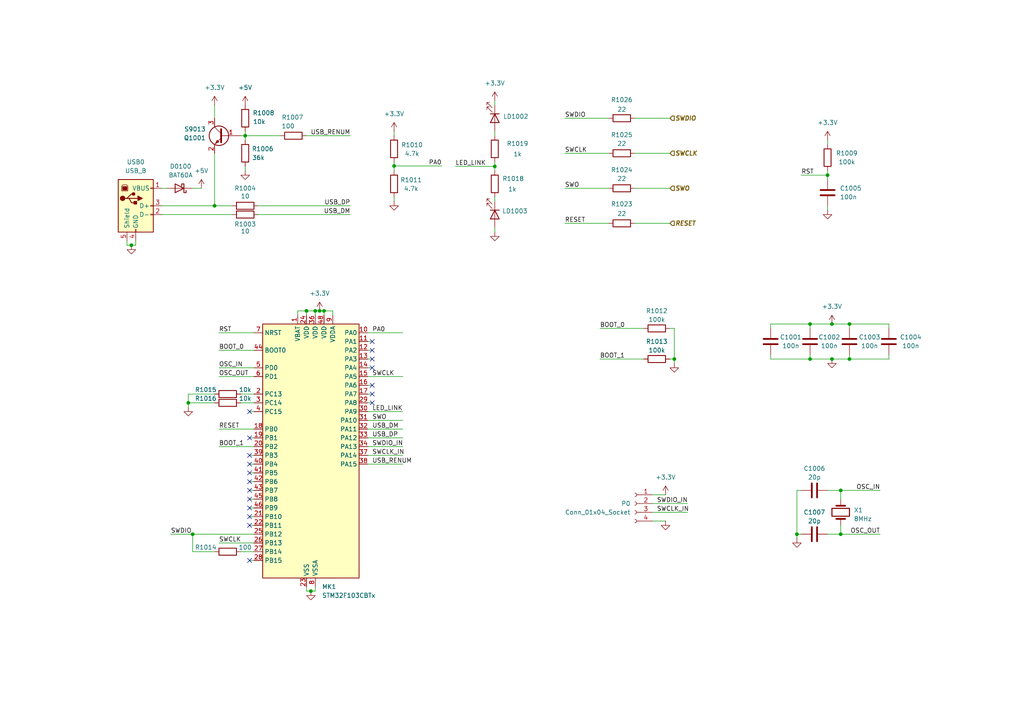
<source format=kicad_sch>
(kicad_sch (version 20250114) (generator "eeschema") (generator_version "9.0")
  (paper "A4")
  (title_block (date "2025-02-17") (company "Филимонов и К") (comment 1 "STLINK V2.1") (comment 2 "Филимонов С.В.") (comment 3 "Семеренко Д.А.") (comment 4 "Тищенко Л.А."))
  (lib_symbols
    (symbol "Connector:Conn_01x04_Socket" (pin_names (offset 1.016) (hide yes))
      (property "Reference" "J" (at 0 5.08 0))
      (property "Value" "Conn_01x04_Socket" (at 0 -7.62 0))
      (symbol "Conn_01x04_Socket_1_1"
        (polyline (pts (xy -1.27 2.54) (xy -0.508 2.54)) (stroke (width 0.1524)))
        (polyline (pts (xy -1.27 0) (xy -0.508 0)) (stroke (width 0.1524)))
        (polyline (pts (xy -1.27 -2.54) (xy -0.508 -2.54)) (stroke (width 0.1524)))
        (polyline (pts (xy -1.27 -5.08) (xy -0.508 -5.08)) (stroke (width 0.1524)))
        (arc (start 0 2.032) (mid -0.5058 2.54) (end 0 3.048) (stroke (width 0.1524)))
        (arc (start 0 -0.508) (mid -0.5058 0) (end 0 0.508) (stroke (width 0.1524)))
        (arc (start 0 -3.048) (mid -0.5058 -2.54) (end 0 -2.032) (stroke (width 0.1524)))
        (arc (start 0 -5.588) (mid -0.5058 -5.08) (end 0 -4.572) (stroke (width 0.1524)))
        (pin passive line (at -5.08 2.54 0) (length 3.81) (name "Pin_1") (number "1"))
        (pin passive line (at -5.08 0 0) (length 3.81) (name "Pin_2") (number "2"))
        (pin passive line (at -5.08 -2.54 0) (length 3.81) (name "Pin_3") (number "3"))
        (pin passive line (at -5.08 -5.08 0) (length 3.81) (name "Pin_4") (number "4"))
      )
    )
    (symbol "Connector:USB_B" (pin_names (offset 1.016))
      (property "Reference" "J" (at -5.08 11.43 0))
      (property "Value" "USB_B" (at -5.08 8.89 0))
      (symbol "USB_B_0_1"
        (rectangle (start -5.08 -7.62) (end 5.08 7.62) (stroke (width 0.254)) (fill (type background)))
        (polyline (pts (xy -4.064 4.318) (xy -2.286 4.318) (xy -2.286 5.715) (xy -2.667 6.096) (xy -3.683 6.096) (xy -4.064 5.715) (xy -4.064 4.318)))
        (rectangle (start -3.81 5.588) (end -2.54 4.572) (fill (type outline)))
        (circle (center -3.81 2.159) (radius 0.635) (stroke (width 0.254)) (fill (type outline)))
        (polyline (pts (xy -3.175 2.159) (xy -2.54 2.159) (xy -1.27 3.429) (xy -0.635 3.429)) (stroke (width 0.254)))
        (polyline (pts (xy -2.54 2.159) (xy -1.905 2.159) (xy -1.27 0.889) (xy 0 0.889)) (stroke (width 0.254)))
        (polyline (pts (xy -1.905 2.159) (xy 0.635 2.159)) (stroke (width 0.254)))
        (circle (center -0.635 3.429) (radius 0.381) (stroke (width 0.254)) (fill (type outline)))
        (rectangle (start -0.127 -7.62) (end 0.127 -6.858))
        (rectangle (start 0.254 1.27) (end -0.508 0.508) (stroke (width 0.254)) (fill (type outline)))
        (polyline (pts (xy 0.635 2.794) (xy 0.635 1.524) (xy 1.905 2.159) (xy 0.635 2.794)) (stroke (width 0.254)) (fill (type outline)))
        (rectangle (start 5.08 4.953) (end 4.318 5.207))
        (rectangle (start 5.08 -0.127) (end 4.318 0.127))
        (rectangle (start 5.08 -2.667) (end 4.318 -2.413))
      )
      (symbol "USB_B_1_1"
        (pin passive line (at -2.54 -10.16 90) (length 2.54) (name "Shield") (number "5"))
        (pin power_out line (at 0 -10.16 90) (length 2.54) (name "GND") (number "4"))
        (pin power_out line (at 7.62 5.08 180) (length 2.54) (name "VBUS") (number "1"))
        (pin bidirectional line (at 7.62 0 180) (length 2.54) (name "D+") (number "3"))
        (pin bidirectional line (at 7.62 -2.54 180) (length 2.54) (name "D-") (number "2"))
      )
    )
    (symbol "Device:C" (pin_numbers (hide yes)) (pin_names (offset 0.254))
      (property "Reference" "C" (at 0.635 2.54 0))
      (property "Value" "C" (at 0.635 -2.54 0))
      (symbol "C_0_1"
        (polyline (pts (xy -2.032 0.762) (xy 2.032 0.762)) (stroke (width 0.508)))
        (polyline (pts (xy -2.032 -0.762) (xy 2.032 -0.762)) (stroke (width 0.508)))
      )
      (symbol "C_1_1"
        (pin passive line (at 0 3.81 270) (length 2.794) (name "~") (number "1"))
        (pin passive line (at 0 -3.81 90) (length 2.794) (name "~") (number "2"))
      )
    )
    (symbol "Device:Crystal" (pin_numbers (hide yes)) (pin_names (offset 1.016) (hide yes))
      (property "Reference" "Y" (at 0 3.81 0))
      (property "Value" "Crystal" (at 0 -3.81 0))
      (symbol "Crystal_0_1"
        (polyline (pts (xy -2.54 0) (xy -1.905 0)))
        (polyline (pts (xy -1.905 -1.27) (xy -1.905 1.27)) (stroke (width 0.508)))
        (rectangle (start -1.143 2.54) (end 1.143 -2.54) (stroke (width 0.3048)))
        (polyline (pts (xy 1.905 -1.27) (xy 1.905 1.27)) (stroke (width 0.508)))
        (polyline (pts (xy 2.54 0) (xy 1.905 0)))
      )
      (symbol "Crystal_1_1"
        (pin passive line (at -3.81 0 0) (length 1.27) (name "1") (number "1"))
        (pin passive line (at 3.81 0 180) (length 1.27) (name "2") (number "2"))
      )
    )
    (symbol "Device:LED" (pin_numbers (hide yes)) (pin_names (offset 1.016) (hide yes))
      (property "Reference" "D" (at 0 2.54 0))
      (property "Value" "LED" (at 0 -2.54 0))
      (symbol "LED_0_1"
        (polyline (pts (xy -3.048 -0.762) (xy -4.572 -2.286) (xy -3.81 -2.286) (xy -4.572 -2.286) (xy -4.572 -1.524)))
        (polyline (pts (xy -1.778 -0.762) (xy -3.302 -2.286) (xy -2.54 -2.286) (xy -3.302 -2.286) (xy -3.302 -1.524)))
        (polyline (pts (xy -1.27 0) (xy 1.27 0)))
        (polyline (pts (xy -1.27 -1.27) (xy -1.27 1.27)) (stroke (width 0.254)))
        (polyline (pts (xy 1.27 -1.27) (xy 1.27 1.27) (xy -1.27 0) (xy 1.27 -1.27)) (stroke (width 0.254)))
      )
      (symbol "LED_1_1"
        (pin passive line (at -3.81 0 0) (length 2.54) (name "K") (number "1"))
        (pin passive line (at 3.81 0 180) (length 2.54) (name "A") (number "2"))
      )
    )
    (symbol "Device:Q_NPN_BEC" (pin_names (offset 0) (hide yes))
      (property "Reference" "Q" (at 5.08 1.27 0))
      (property "Value" "Q_NPN_BEC" (at 5.08 -1.27 0))
      (symbol "Q_NPN_BEC_0_1"
        (polyline (pts (xy 0.635 1.905) (xy 0.635 -1.905) (xy 0.635 -1.905)) (stroke (width 0.508)))
        (polyline (pts (xy 0.635 0.635) (xy 2.54 2.54)))
        (polyline (pts (xy 0.635 -0.635) (xy 2.54 -2.54) (xy 2.54 -2.54)))
        (circle (center 1.27 0) (radius 2.8194) (stroke (width 0.254)))
        (polyline (pts (xy 1.27 -1.778) (xy 1.778 -1.27) (xy 2.286 -2.286) (xy 1.27 -1.778) (xy 1.27 -1.778)) (fill (type outline)))
      )
      (symbol "Q_NPN_BEC_1_1"
        (pin input line (at -5.08 0 0) (length 5.715) (name "B") (number "1"))
        (pin passive line (at 2.54 5.08 270) (length 2.54) (name "C") (number "3"))
        (pin passive line (at 2.54 -5.08 90) (length 2.54) (name "E") (number "2"))
      )
    )
    (symbol "Device:R" (pin_numbers (hide yes)) (pin_names (offset 0))
      (property "Reference" "R" (at 2.032 0 90))
      (property "Value" "R" (at 0 0 90))
      (symbol "R_0_1"
        (rectangle (start -1.016 -2.54) (end 1.016 2.54) (stroke (width 0.254)))
      )
      (symbol "R_1_1"
        (pin passive line (at 0 3.81 270) (length 1.27) (name "~") (number "1"))
        (pin passive line (at 0 -3.81 90) (length 1.27) (name "~") (number "2"))
      )
    )
    (symbol "Diode:BAT60A" (pin_numbers (hide yes)) (pin_names (offset 1.016) (hide yes))
      (property "Reference" "D" (at 0 2.54 0))
      (property "Value" "BAT60A" (at 0 -2.54 0))
      (symbol "BAT60A_0_1"
        (polyline (pts (xy -1.905 0.635) (xy -1.905 1.27) (xy -1.27 1.27) (xy -1.27 -1.27) (xy -0.635 -1.27) (xy -0.635 -0.635)) (stroke (width 0.254)))
        (polyline (pts (xy 1.27 1.27) (xy 1.27 -1.27) (xy -1.27 0) (xy 1.27 1.27)) (stroke (width 0.254)))
        (polyline (pts (xy 1.27 0) (xy -1.27 0)))
      )
      (symbol "BAT60A_1_1"
        (pin passive line (at -3.81 0 0) (length 2.54) (name "K") (number "1"))
        (pin passive line (at 3.81 0 180) (length 2.54) (name "A") (number "2"))
      )
    )
    (symbol "MCU_ST_STM32F1:STM32F103CBTx"
      (property "Reference" "U" (at -12.7 39.37 0))
      (property "Value" "STM32F103CBTx" (at 10.16 39.37 0))
      (symbol "STM32F103CBTx_0_1"
        (rectangle (start -12.7 -35.56) (end 15.24 38.1) (stroke (width 0.254)) (fill (type background)))
      )
      (symbol "STM32F103CBTx_1_1"
        (pin input line (at -15.24 35.56 0) (length 2.54) (name "NRST") (number "7"))
        (pin input line (at -15.24 30.48 0) (length 2.54) (name "BOOT0") (number "44"))
        (pin bidirectional line (at -15.24 25.4 0) (length 2.54) (name "PD0") (number "5"))
        (pin bidirectional line (at -15.24 22.86 0) (length 2.54) (name "PD1") (number "6"))
        (pin bidirectional line (at -15.24 17.78 0) (length 2.54) (name "PC13") (number "2"))
        (pin bidirectional line (at -15.24 15.24 0) (length 2.54) (name "PC14") (number "3"))
        (pin bidirectional line (at -15.24 12.7 0) (length 2.54) (name "PC15") (number "4"))
        (pin bidirectional line (at -15.24 7.62 0) (length 2.54) (name "PB0") (number "18"))
        (pin bidirectional line (at -15.24 5.08 0) (length 2.54) (name "PB1") (number "19"))
        (pin bidirectional line (at -15.24 2.54 0) (length 2.54) (name "PB2") (number "20"))
        (pin bidirectional line (at -15.24 0 0) (length 2.54) (name "PB3") (number "39"))
        (pin bidirectional line (at -15.24 -2.54 0) (length 2.54) (name "PB4") (number "40"))
        (pin bidirectional line (at -15.24 -5.08 0) (length 2.54) (name "PB5") (number "41"))
        (pin bidirectional line (at -15.24 -7.62 0) (length 2.54) (name "PB6") (number "42"))
        (pin bidirectional line (at -15.24 -10.16 0) (length 2.54) (name "PB7") (number "43"))
        (pin bidirectional line (at -15.24 -12.7 0) (length 2.54) (name "PB8") (number "45"))
        (pin bidirectional line (at -15.24 -15.24 0) (length 2.54) (name "PB9") (number "46"))
        (pin bidirectional line (at -15.24 -17.78 0) (length 2.54) (name "PB10") (number "21"))
        (pin bidirectional line (at -15.24 -20.32 0) (length 2.54) (name "PB11") (number "22"))
        (pin bidirectional line (at -15.24 -22.86 0) (length 2.54) (name "PB12") (number "25"))
        (pin bidirectional line (at -15.24 -25.4 0) (length 2.54) (name "PB13") (number "26"))
        (pin bidirectional line (at -15.24 -27.94 0) (length 2.54) (name "PB14") (number "27"))
        (pin bidirectional line (at -15.24 -30.48 0) (length 2.54) (name "PB15") (number "28"))
        (pin power_in line (at -2.54 40.64 270) (length 2.54) (name "VBAT") (number "1"))
        (pin power_in line (at 0 40.64 270) (length 2.54) (name "VDD") (number "24"))
        (pin power_in line (at 0 -38.1 90) (length 2.54) (name "VSS") (number "23"))
        (pin passive line (at 0 -38.1 90) (length 2.54) (hide yes) (name "VSS") (number "35"))
        (pin passive line (at 0 -38.1 90) (length 2.54) (hide yes) (name "VSS") (number "47"))
        (pin power_in line (at 2.54 40.64 270) (length 2.54) (name "VDD") (number "36"))
        (pin power_in line (at 2.54 -38.1 90) (length 2.54) (name "VSSA") (number "8"))
        (pin power_in line (at 5.08 40.64 270) (length 2.54) (name "VDD") (number "48"))
        (pin power_in line (at 7.62 40.64 270) (length 2.54) (name "VDDA") (number "9"))
        (pin bidirectional line (at 17.78 35.56 180) (length 2.54) (name "PA0") (number "10"))
        (pin bidirectional line (at 17.78 33.02 180) (length 2.54) (name "PA1") (number "11"))
        (pin bidirectional line (at 17.78 30.48 180) (length 2.54) (name "PA2") (number "12"))
        (pin bidirectional line (at 17.78 27.94 180) (length 2.54) (name "PA3") (number "13"))
        (pin bidirectional line (at 17.78 25.4 180) (length 2.54) (name "PA4") (number "14"))
        (pin bidirectional line (at 17.78 22.86 180) (length 2.54) (name "PA5") (number "15"))
        (pin bidirectional line (at 17.78 20.32 180) (length 2.54) (name "PA6") (number "16"))
        (pin bidirectional line (at 17.78 17.78 180) (length 2.54) (name "PA7") (number "17"))
        (pin bidirectional line (at 17.78 15.24 180) (length 2.54) (name "PA8") (number "29"))
        (pin bidirectional line (at 17.78 12.7 180) (length 2.54) (name "PA9") (number "30"))
        (pin bidirectional line (at 17.78 10.16 180) (length 2.54) (name "PA10") (number "31"))
        (pin bidirectional line (at 17.78 7.62 180) (length 2.54) (name "PA11") (number "32"))
        (pin bidirectional line (at 17.78 5.08 180) (length 2.54) (name "PA12") (number "33"))
        (pin bidirectional line (at 17.78 2.54 180) (length 2.54) (name "PA13") (number "34"))
        (pin bidirectional line (at 17.78 0 180) (length 2.54) (name "PA14") (number "37"))
        (pin bidirectional line (at 17.78 -2.54 180) (length 2.54) (name "PA15") (number "38"))
      )
    )
    (symbol "power:+3.3V" (power) (pin_numbers (hide yes)) (pin_names (offset 0) (hide yes))
      (property "Value" "+3.3V" (at 0 3.556 0))
      (symbol "+3.3V_0_1"
        (polyline (pts (xy -0.762 1.27) (xy 0 2.54)))
        (polyline (pts (xy 0 2.54) (xy 0.762 1.27)))
        (polyline (pts (xy 0 0) (xy 0 2.54)))
      )
      (symbol "+3.3V_1_1"
        (pin power_in line (at 0 0 90) (length 0) (name "~") (number "1"))
      )
    )
    (symbol "power:+5V" (power) (pin_numbers (hide yes)) (pin_names (offset 0) (hide yes))
      (property "Value" "+5V" (at 0 3.556 0))
      (symbol "+5V_0_1"
        (polyline (pts (xy -0.762 1.27) (xy 0 2.54)))
        (polyline (pts (xy 0 2.54) (xy 0.762 1.27)))
        (polyline (pts (xy 0 0) (xy 0 2.54)))
      )
      (symbol "+5V_1_1"
        (pin power_in line (at 0 0 90) (length 0) (name "~") (number "1"))
      )
    )
    (symbol "power:GND" (power) (pin_numbers (hide yes)) (pin_names (offset 0) (hide yes))
      (property "Value" "GND" (at 0 -3.81 0))
      (symbol "GND_0_1"
        (polyline (pts (xy 0 0) (xy 0 -1.27) (xy 1.27 -1.27) (xy 0 -2.54) (xy -1.27 -1.27) (xy 0 -1.27)))
      )
      (symbol "GND_1_1"
        (pin power_in line (at 0 0 270) (length 0) (name "~") (number "1"))
      )
    )
  )
  (junction (at 90.17 171.45))
  (junction (at 234.95 104.14))
  (junction (at 195.58 104.14))
  (junction (at 91.44 90.17))
  (junction (at 246.38 93.98))
  (junction (at 234.95 93.98))
  (junction (at 92.71 90.17))
  (junction (at 71.12 39.37))
  (junction (at 241.3 104.14))
  (junction (at 240.03 50.8))
  (junction (at 54.61 116.84))
  (junction (at 62.23 59.69))
  (junction (at 243.84 154.94))
  (junction (at 231.14 154.94))
  (junction (at 38.1 71.12))
  (junction (at 55.88 154.94))
  (junction (at 243.84 142.24))
  (junction (at 88.9 90.17))
  (junction (at 114.3 48.133))
  (junction (at 143.51 48.26))
  (junction (at 241.3 93.98))
  (junction (at 246.38 104.14))
  (junction (at 93.98 90.17))
  (no_connect (at 107.95 114.3))
  (no_connect (at 72.39 137.16))
  (no_connect (at 72.39 152.4))
  (no_connect (at 107.95 111.76))
  (no_connect (at 107.95 104.14))
  (no_connect (at 72.39 162.56))
  (no_connect (at 72.39 142.24))
  (no_connect (at 72.39 139.7))
  (no_connect (at 72.39 132.08))
  (no_connect (at 72.39 147.32))
  (no_connect (at 72.39 134.62))
  (no_connect (at 72.39 127))
  (no_connect (at 72.39 119.38))
  (no_connect (at 107.95 106.68))
  (no_connect (at 107.95 101.6))
  (no_connect (at 72.39 149.86))
  (no_connect (at 107.95 116.84))
  (no_connect (at 72.39 144.78))
  (no_connect (at 107.95 99.06))
  (wire (pts (xy 240.03 154.94) (xy 243.84 154.94)))
  (wire (pts (xy 36.83 69.85) (xy 36.83 71.12)))
  (wire (pts (xy 234.95 93.98) (xy 241.3 93.98)))
  (wire (pts (xy 86.36 90.17) (xy 86.36 91.44)))
  (wire (pts (xy 46.99 59.69) (xy 62.23 59.69)))
  (wire (pts (xy 189.23 148.59) (xy 199.39 148.59)))
  (wire (pts (xy 143.51 38.1) (xy 143.51 39.37)))
  (wire (pts (xy 72.39 139.7) (xy 73.66 139.7)))
  (wire (pts (xy 195.58 104.14) (xy 195.58 105.41)))
  (wire (pts (xy 231.14 154.94) (xy 231.14 156.21)))
  (wire (pts (xy 143.51 48.26) (xy 143.51 49.53)))
  (wire (pts (xy 143.51 57.15) (xy 143.51 58.42)))
  (wire (pts (xy 106.68 99.06) (xy 107.95 99.06)))
  (wire (pts (xy 246.38 104.14) (xy 257.81 104.14)))
  (wire (pts (xy 54.61 114.3) (xy 54.61 116.84)))
  (wire (pts (xy 106.68 119.38) (xy 116.84 119.38)))
  (wire (pts (xy 106.68 134.62) (xy 116.84 134.62)))
  (wire (pts (xy 143.51 46.99) (xy 143.51 48.26)))
  (wire (pts (xy 232.41 50.8) (xy 240.03 50.8)))
  (wire (pts (xy 72.39 162.56) (xy 73.66 162.56)))
  (wire (pts (xy 257.81 93.98) (xy 257.81 95.25)))
  (wire (pts (xy 132.08 48.26) (xy 143.51 48.26)))
  (wire (pts (xy 92.71 90.17) (xy 93.98 90.17)))
  (wire (pts (xy 106.68 127) (xy 116.84 127)))
  (wire (pts (xy 54.61 116.84) (xy 62.23 116.84)))
  (wire (pts (xy 72.39 119.38) (xy 73.66 119.38)))
  (wire (pts (xy 232.41 142.24) (xy 231.14 142.24)))
  (wire (pts (xy 106.68 104.14) (xy 107.95 104.14)))
  (wire (pts (xy 243.84 154.94) (xy 243.84 152.4)))
  (wire (pts (xy 91.44 170.18) (xy 91.44 171.45)))
  (wire (pts (xy 195.58 95.25) (xy 195.58 104.14)))
  (wire (pts (xy 88.9 90.17) (xy 91.44 90.17)))
  (wire (pts (xy 243.84 142.24) (xy 255.27 142.24)))
  (wire (pts (xy 240.03 50.8) (xy 240.03 52.07)))
  (wire (pts (xy 223.52 104.14) (xy 234.95 104.14)))
  (wire (pts (xy 163.83 44.45) (xy 176.53 44.45)))
  (wire (pts (xy 71.12 39.37) (xy 71.12 40.64)))
  (wire (pts (xy 163.83 64.77) (xy 176.53 64.77)))
  (wire (pts (xy 72.39 127) (xy 73.66 127)))
  (wire (pts (xy 69.85 160.02) (xy 73.66 160.02)))
  (wire (pts (xy 71.12 48.26) (xy 71.12 49.53)))
  (wire (pts (xy 69.85 114.3) (xy 73.66 114.3)))
  (wire (pts (xy 223.52 95.25) (xy 223.52 93.98)))
  (wire (pts (xy 114.3 48.133) (xy 114.3 49.53)))
  (wire (pts (xy 38.1 71.12) (xy 39.37 71.12)))
  (wire (pts (xy 257.81 104.14) (xy 257.81 102.87)))
  (wire (pts (xy 72.39 132.08) (xy 73.66 132.08)))
  (wire (pts (xy 91.44 90.17) (xy 92.71 90.17)))
  (wire (pts (xy 184.15 54.61) (xy 194.31 54.61)))
  (wire (pts (xy 93.98 90.17) (xy 96.52 90.17)))
  (wire (pts (xy 173.99 104.14) (xy 186.69 104.14)))
  (wire (pts (xy 96.52 90.17) (xy 96.52 91.44)))
  (wire (pts (xy 189.23 143.51) (xy 193.04 143.51)))
  (wire (pts (xy 54.61 116.84) (xy 54.61 118.11)))
  (wire (pts (xy 106.68 109.22) (xy 116.84 109.22)))
  (wire (pts (xy 106.68 116.84) (xy 107.95 116.84)))
  (wire (pts (xy 72.39 142.24) (xy 73.66 142.24)))
  (wire (pts (xy 189.23 146.05) (xy 199.39 146.05)))
  (wire (pts (xy 72.39 134.62) (xy 73.66 134.62)))
  (wire (pts (xy 106.68 114.3) (xy 107.95 114.3)))
  (wire (pts (xy 194.31 95.25) (xy 195.58 95.25)))
  (wire (pts (xy 234.95 102.87) (xy 234.95 104.14)))
  (wire (pts (xy 234.95 104.14) (xy 241.3 104.14)))
  (wire (pts (xy 63.5 124.46) (xy 73.66 124.46)))
  (wire (pts (xy 74.93 62.23) (xy 101.6 62.23)))
  (wire (pts (xy 90.17 171.45) (xy 91.44 171.45)))
  (wire (pts (xy 223.52 93.98) (xy 234.95 93.98)))
  (wire (pts (xy 71.12 38.1) (xy 71.12 39.37)))
  (wire (pts (xy 86.36 90.17) (xy 88.9 90.17)))
  (wire (pts (xy 69.85 116.84) (xy 73.66 116.84)))
  (wire (pts (xy 241.3 104.14) (xy 246.38 104.14)))
  (wire (pts (xy 106.68 101.6) (xy 107.95 101.6)))
  (wire (pts (xy 143.51 29.21) (xy 143.51 30.48)))
  (wire (pts (xy 246.38 102.87) (xy 246.38 104.14)))
  (wire (pts (xy 69.85 39.37) (xy 71.12 39.37)))
  (wire (pts (xy 63.5 101.6) (xy 73.66 101.6)))
  (wire (pts (xy 106.68 124.46) (xy 116.84 124.46)))
  (wire (pts (xy 106.68 121.92) (xy 116.84 121.92)))
  (wire (pts (xy 184.15 44.45) (xy 194.31 44.45)))
  (wire (pts (xy 36.83 71.12) (xy 38.1 71.12)))
  (wire (pts (xy 184.15 34.29) (xy 194.31 34.29)))
  (wire (pts (xy 240.03 49.53) (xy 240.03 50.8)))
  (wire (pts (xy 184.15 64.77) (xy 194.31 64.77)))
  (wire (pts (xy 114.3 46.99) (xy 114.3 48.133)))
  (wire (pts (xy 46.99 62.23) (xy 67.31 62.23)))
  (wire (pts (xy 128.143 48.133) (xy 114.3 48.133)))
  (wire (pts (xy 63.5 157.48) (xy 73.66 157.48)))
  (wire (pts (xy 231.14 154.94) (xy 232.41 154.94)))
  (wire (pts (xy 223.52 102.87) (xy 223.52 104.14)))
  (wire (pts (xy 88.9 170.18) (xy 88.9 171.45)))
  (wire (pts (xy 106.68 132.08) (xy 116.84 132.08)))
  (wire (pts (xy 88.9 171.45) (xy 90.17 171.45)))
  (wire (pts (xy 241.3 93.98) (xy 246.38 93.98)))
  (wire (pts (xy 240.03 40.64) (xy 240.03 41.91)))
  (wire (pts (xy 63.5 129.54) (xy 73.66 129.54)))
  (wire (pts (xy 74.93 59.69) (xy 101.6 59.69)))
  (wire (pts (xy 91.44 90.17) (xy 91.44 91.44)))
  (wire (pts (xy 243.84 142.24) (xy 243.84 144.78)))
  (wire (pts (xy 63.5 109.22) (xy 73.66 109.22)))
  (wire (pts (xy 55.88 154.94) (xy 55.88 160.02)))
  (wire (pts (xy 88.9 39.37) (xy 101.6 39.37)))
  (wire (pts (xy 106.68 111.76) (xy 107.95 111.76)))
  (wire (pts (xy 143.51 66.04) (xy 143.51 67.31)))
  (wire (pts (xy 240.03 142.24) (xy 243.84 142.24)))
  (wire (pts (xy 39.37 69.85) (xy 39.37 71.12)))
  (wire (pts (xy 246.38 93.98) (xy 257.81 93.98)))
  (wire (pts (xy 106.68 96.52) (xy 116.84 96.52)))
  (wire (pts (xy 106.68 129.54) (xy 116.84 129.54)))
  (wire (pts (xy 63.5 106.68) (xy 73.66 106.68)))
  (wire (pts (xy 88.9 90.17) (xy 88.9 91.44)))
  (wire (pts (xy 163.83 34.29) (xy 176.53 34.29)))
  (wire (pts (xy 55.88 54.61) (xy 58.42 54.61)))
  (wire (pts (xy 231.14 142.24) (xy 231.14 154.94)))
  (wire (pts (xy 114.3 57.15) (xy 114.3 58.42)))
  (wire (pts (xy 46.99 54.61) (xy 48.26 54.61)))
  (wire (pts (xy 246.38 93.98) (xy 246.38 95.25)))
  (wire (pts (xy 240.03 59.69) (xy 240.03 60.96)))
  (wire (pts (xy 55.88 154.94) (xy 73.66 154.94)))
  (wire (pts (xy 189.23 151.13) (xy 193.04 151.13)))
  (wire (pts (xy 54.61 114.3) (xy 62.23 114.3)))
  (wire (pts (xy 72.39 137.16) (xy 73.66 137.16)))
  (wire (pts (xy 114.3 38.1) (xy 114.3 39.37)))
  (wire (pts (xy 72.39 147.32) (xy 73.66 147.32)))
  (wire (pts (xy 72.39 152.4) (xy 73.66 152.4)))
  (wire (pts (xy 62.23 59.69) (xy 67.31 59.69)))
  (wire (pts (xy 93.98 90.17) (xy 93.98 91.44)))
  (wire (pts (xy 173.99 95.25) (xy 186.69 95.25)))
  (wire (pts (xy 243.84 154.94) (xy 255.27 154.94)))
  (wire (pts (xy 55.88 160.02) (xy 62.23 160.02)))
  (wire (pts (xy 163.83 54.61) (xy 176.53 54.61)))
  (wire (pts (xy 234.95 93.98) (xy 234.95 95.25)))
  (wire (pts (xy 62.23 30.48) (xy 62.23 34.29)))
  (wire (pts (xy 63.5 96.52) (xy 73.66 96.52)))
  (wire (pts (xy 49.53 154.94) (xy 55.88 154.94)))
  (wire (pts (xy 72.39 144.78) (xy 73.66 144.78)))
  (wire (pts (xy 106.68 106.68) (xy 107.95 106.68)))
  (wire (pts (xy 62.23 44.45) (xy 62.23 59.69)))
  (wire (pts (xy 71.12 39.37) (xy 81.28 39.37)))
  (wire (pts (xy 72.39 149.86) (xy 73.66 149.86)))
  (wire (pts (xy 194.31 104.14) (xy 195.58 104.14)))
  (label "SWCLK_IN" (at 190.5 148.59 0))
  (label "SWCLK" (at 63.5 157.48 0))
  (label "OSC_OUT" (at 63.5 109.22 0))
  (label "USB_DP" (at 107.95 127 0))
  (label "RESET" (at 63.5 124.46 0))
  (label "OSC_OUT" (at 255.27 154.94 180))
  (label "PA0" (at 107.95 96.52 0))
  (label "RESET" (at 163.83 64.77 0))
  (label "USB_RENUM" (at 101.6 39.37 180))
  (label "RST" (at 63.5 96.52 0))
  (label "BOOT_0" (at 173.99 95.25 0))
  (label "USB_DM" (at 101.6 62.23 180))
  (label "RST" (at 232.41 50.8 0))
  (label "BOOT_1" (at 173.99 104.14 0))
  (label "SWDIO" (at 49.53 154.94 0))
  (label "SWCLK" (at 107.95 109.22 0))
  (label "SWDIO_IN" (at 107.95 129.54 0))
  (label "LED_LINK" (at 132.08 48.26 0))
  (label "USB_DM" (at 107.95 124.46 0))
  (label "OSC_IN" (at 255.27 142.24 180))
  (label "SWCLK_IN" (at 107.95 132.08 0))
  (label "SWDIO" (at 163.83 34.29 0))
  (label "OSC_IN" (at 63.5 106.68 0))
  (label "SWO" (at 163.83 54.61 0))
  (label "USB_RENUM" (at 107.95 134.62 0))
  (label "LED_LINK" (at 107.95 119.38 0))
  (label "BOOT_0" (at 63.5 101.6 0))
  (label "USB_DP" (at 101.6 59.69 180))
  (label "PA0" (at 124.333 48.133 0))
  (label "SWO" (at 107.95 121.92 0))
  (label "SWCLK" (at 163.83 44.45 0))
  (label "SWDIO_IN" (at 190.5 146.05 0))
  (label "BOOT_1" (at 63.5 129.54 0))
  (hierarchical_label "RESET" (shape input) (at 194.31 64.77 0) (effects (font (bold yes) (italic yes))))
  (hierarchical_label "SWO" (shape input) (at 194.31 54.61 0) (effects (font (bold yes) (italic yes))))
  (hierarchical_label "SWDIO" (shape input) (at 194.31 34.29 0) (effects (font (bold yes) (italic yes))))
  (hierarchical_label "SWCLK" (shape input) (at 194.31 44.45 0) (effects (font (bold yes) (italic yes))))
  (symbol (lib_id "Connector:Conn_01x04_Socket") (at 184.15 146.05 0) (mirror y) (unit 1)
    (property "Reference" "P0" (at 182.88 146.0499 0) (effects (justify left)))
    (property "Value" "Conn_01x04_Socket" (at 182.88 148.5899 0) (effects (justify left)))
    (property "Footprint" "Connector_PinHeader_2.00mm:PinHeader_1x04_P2.00mm_Vertical_SMD_Pin1Left" (effects (hide yes)))
    (property "Description" "Generic connector, single row, 01x04, script generated" (effects (hide yes)))
  )
  (symbol (lib_id "Connector:USB_B") (at 39.37 59.69 0) (unit 1)
    (property "Reference" "USB0" (at 39.37 46.99 0))
    (property "Value" "USB_B" (at 39.37 49.53 0))
    (property "Footprint" "Connector_USB:USB_B_OST_USB-B1HSxx_Horizontal" (effects (hide yes)))
    (property "Description" "USB Type B connector" (effects (hide yes)))
  )
  (symbol (lib_id "power:+3.3V") (at 240.03 40.64 0) (unit 1)
    (property "Reference" "#PWR022" (effects (hide yes)))
    (property "Value" "+3.3V" (at 240.03 35.56 0))
    (property "Description" "Power symbol creates a global label with name \"+3.3V\"" (effects (hide yes)))
  )
  (symbol (lib_id "Device:C") (at 236.22 154.94 90) (unit 1)
    (property "Reference" "C0105" (at 236.22 148.59 90))
    (property "Value" "20p" (at 236.22 151.13 90))
    (property "Footprint" "Capacitor_SMD:C_0805_2012Metric" (effects (hide yes)))
    (instances (project "stm32f4_ILI_RS_SD" (path "" (reference "C1007") (unit 1))) (project "stm32f4_ILI_RS_SD" (path "" (reference "C0105") (unit 1))))
  )
  (symbol (lib_id "Device:R") (at 71.12 34.29 180) (unit 1)
    (property "Reference" "R0100" (at 76.454 32.766 0))
    (property "Value" "10k" (at 75.184 35.306 0))
    (property "Footprint" "Resistor_SMD:R_0805_2012Metric" (effects (hide yes)))
    (instances (project "stm32f4_ILI_RS_SD" (path "" (reference "R1008") (unit 1))) (project "stm32f4_ILI_RS_SD" (path "" (reference "R0100") (unit 1))))
  )
  (symbol (lib_id "power:+5V") (at 71.12 30.48 0) (unit 1)
    (property "Reference" "#PWR010" (effects (hide yes)))
    (property "Value" "+5V" (at 71.12 25.4 0))
    (property "Description" "Power symbol creates a global label with name \"+5V\"" (effects (hide yes)))
  )
  (symbol (lib_id "Device:R") (at 66.04 160.02 90) (unit 1)
    (property "Reference" "R0111" (at 59.69 158.75 90))
    (property "Value" "100" (at 71.12 158.75 90))
    (property "Footprint" "Resistor_SMD:R_0805_2012Metric" (effects (hide yes)))
    (instances (project "stm32f4_ILI_RS_SD" (path "" (reference "R1014") (unit 1))) (project "stm32f4_ILI_RS_SD" (path "" (reference "R0111") (unit 1))))
  )
  (symbol (lib_id "power:+3.3V") (at 241.3 93.98 0) (unit 1)
    (property "Reference" "#PWR020" (effects (hide yes)))
    (property "Value" "+3.3V" (at 241.3 88.9 0))
    (property "Description" "Power symbol creates a global label with name \"+3.3V\"" (effects (hide yes)))
  )
  (symbol (lib_id "Device:R") (at 114.3 53.34 0) (unit 1)
    (property "Reference" "R0106" (at 119.253 52.197 0))
    (property "Value" "4.7k" (at 119.253 54.737 0))
    (property "Footprint" "Resistor_SMD:R_0805_2012Metric" (effects (hide yes)))
    (instances (project "stm32f4_ILI_RS_SD" (path "" (reference "R1011") (unit 1))) (project "stm32f4_ILI_RS_SD" (path "" (reference "R0106") (unit 1))))
  )
  (symbol (lib_id "power:+3.3V") (at 62.23 30.48 0) (unit 1)
    (property "Reference" "#PWR011" (effects (hide yes)))
    (property "Value" "+3.3V" (at 62.23 25.4 0))
    (property "Description" "Power symbol creates a global label with name \"+3.3V\"" (effects (hide yes)))
  )
  (symbol (lib_id "power:GND") (at 114.3 58.42 0) (unit 1)
    (property "Reference" "#PWR017" (effects (hide yes)))
    (property "Value" "GND" (effects (hide yes)))
    (property "Description" "Power symbol creates a global label with name \"GND\" , ground" (effects (hide yes)))
  )
  (symbol (lib_id "power:GND") (at 143.51 67.31 0) (unit 1)
    (property "Reference" "#PWR015" (effects (hide yes)))
    (property "Value" "GND" (effects (hide yes)))
    (property "Description" "Power symbol creates a global label with name \"GND\" , ground" (effects (hide yes)))
  )
  (symbol (lib_id "Device:R") (at 66.04 114.3 90) (unit 1)
    (property "Reference" "R0109" (at 59.69 113.03 90))
    (property "Value" "10k" (at 71.12 113.03 90))
    (property "Footprint" "Resistor_SMD:R_0805_2012Metric" (effects (hide yes)))
    (instances (project "stm32f4_ILI_RS_SD" (path "" (reference "R1015") (unit 1))) (project "stm32f4_ILI_RS_SD" (path "" (reference "R0109") (unit 1))))
  )
  (symbol (lib_id "Device:R") (at 71.12 62.23 90) (unit 1)
    (property "Reference" "R0104" (at 71.12 65.024 90))
    (property "Value" "10" (at 71.12 67.056 90))
    (property "Footprint" "Resistor_SMD:R_0805_2012Metric" (effects (hide yes)))
    (instances (project "stm32f4_ILI_RS_SD" (path "" (reference "R1003") (unit 1))) (project "stm32f4_ILI_RS_SD" (path "" (reference "R0104") (unit 1))))
  )
  (symbol (lib_id "power:GND") (at 231.14 156.21 0) (unit 1)
    (property "Reference" "#PWR018" (effects (hide yes)))
    (property "Value" "GND" (effects (hide yes)))
    (property "Description" "Power symbol creates a global label with name \"GND\" , ground" (effects (hide yes)))
  )
  (symbol (lib_id "power:GND") (at 195.58 105.41 0) (unit 1)
    (property "Reference" "#PWR019" (effects (hide yes)))
    (property "Value" "GND" (effects (hide yes)))
    (property "Description" "Power symbol creates a global label with name \"GND\" , ground" (effects (hide yes)))
  )
  (symbol (lib_id "Device:R") (at 85.09 39.37 90) (unit 1)
    (property "Reference" "R0101" (at 84.836 34.036 90))
    (property "Value" "100" (at 83.566 36.576 90))
    (property "Footprint" "Resistor_SMD:R_0805_2012Metric" (effects (hide yes)))
    (instances (project "stm32f4_ILI_RS_SD" (path "" (reference "R1007") (unit 1))) (project "stm32f4_ILI_RS_SD" (path "" (reference "R0101") (unit 1))))
  )
  (symbol (lib_id "Device:R") (at 180.34 64.77 90) (unit 1)
    (property "Reference" "R0118" (at 180.34 59.182 90))
    (property "Value" "22" (at 180.34 61.976 90))
    (property "Footprint" "Resistor_SMD:R_0805_2012Metric" (effects (hide yes)))
    (instances (project "stm32f4_ILI_RS_SD" (path "" (reference "R1023") (unit 1))) (project "stm32f4_ILI_RS_SD" (path "" (reference "R0118") (unit 1))))
  )
  (symbol (lib_id "Device:LED") (at 143.51 34.29 270) (unit 1)
    (property "Reference" "LD0100" (at 149.606 33.782 90))
    (property "Footprint" "LED_SMD:LED_0805_2012Metric" (effects (hide yes)))
    (instances (project "stm32f4_ILI_RS_SD" (path "" (reference "LD1002") (unit 1))) (project "stm32f4_ILI_RS_SD" (path "" (reference "LD0100") (unit 1))))
  )
  (symbol (lib_id "Device:C") (at 246.38 99.06 180) (unit 1)
    (property "Reference" "C0102" (at 252.222 97.79 0))
    (property "Value" "100n" (at 252.222 100.33 0))
    (property "Footprint" "Capacitor_SMD:C_0805_2012Metric" (effects (hide yes)))
    (instances (project "stm32f4_ILI_RS_SD" (path "" (reference "C1003") (unit 1))) (project "stm32f4_ILI_RS_SD" (path "" (reference "C0102") (unit 1))))
  )
  (symbol (lib_id "Device:R") (at 143.51 43.18 0) (unit 1)
    (property "Reference" "R0107" (at 150.114 41.656 0))
    (property "Value" "1k" (at 150.114 44.704 0))
    (property "Footprint" "Resistor_SMD:R_0805_2012Metric" (effects (hide yes)))
    (instances (project "stm32f4_ILI_RS_SD" (path "" (reference "R1019") (unit 1))) (project "stm32f4_ILI_RS_SD" (path "" (reference "R0107") (unit 1))))
  )
  (symbol (lib_id "power:GND") (at 38.1 71.12 0) (unit 1)
    (property "Reference" "#PWR013" (effects (hide yes)))
    (property "Value" "GND" (effects (hide yes)))
    (property "Description" "Power symbol creates a global label with name \"GND\" , ground" (effects (hide yes)))
  )
  (symbol (lib_id "power:+3.3V") (at 92.71 90.17 0) (unit 1)
    (property "Reference" "#PWR026" (effects (hide yes)))
    (property "Value" "+3.3V" (at 92.71 85.09 0))
    (property "Description" "Power symbol creates a global label with name \"+3.3V\"" (effects (hide yes)))
  )
  (symbol (lib_id "Device:R") (at 180.34 34.29 90) (unit 1)
    (property "Reference" "R0115" (at 180.34 28.956 90))
    (property "Value" "22" (at 180.34 31.75 90))
    (property "Footprint" "Resistor_SMD:R_0805_2012Metric" (effects (hide yes)))
    (instances (project "stm32f4_ILI_RS_SD" (path "" (reference "R1026") (unit 1))) (project "stm32f4_ILI_RS_SD" (path "" (reference "R0115") (unit 1))))
  )
  (symbol (lib_id "power:GND") (at 90.17 171.45 0) (unit 1)
    (property "Reference" "#PWR027" (effects (hide yes)))
    (property "Value" "GND" (effects (hide yes)))
    (property "Description" "Power symbol creates a global label with name \"GND\" , ground" (effects (hide yes)))
  )
  (symbol (lib_id "power:GND") (at 240.03 60.96 0) (unit 1)
    (property "Reference" "#PWR023" (effects (hide yes)))
    (property "Value" "GND" (effects (hide yes)))
    (property "Description" "Power symbol creates a global label with name \"GND\" , ground" (effects (hide yes)))
  )
  (symbol (lib_id "Device:R") (at 71.12 59.69 90) (unit 1)
    (property "Reference" "R0103" (at 71.12 54.61 90))
    (property "Value" "10" (at 71.12 56.896 90))
    (property "Footprint" "Resistor_SMD:R_0805_2012Metric" (effects (hide yes)))
    (instances (project "stm32f4_ILI_RS_SD" (path "" (reference "R1004") (unit 1))) (project "stm32f4_ILI_RS_SD" (path "" (reference "R0103") (unit 1))))
  )
  (symbol (lib_id "Device:C") (at 257.81 99.06 180) (unit 1)
    (property "Reference" "C0103" (at 264.16 97.79 0))
    (property "Value" "100n" (at 264.16 100.33 0))
    (property "Footprint" "Capacitor_SMD:C_0805_2012Metric" (effects (hide yes)))
    (instances (project "stm32f4_ILI_RS_SD" (path "" (reference "C1004") (unit 1))) (project "stm32f4_ILI_RS_SD" (path "" (reference "C0103") (unit 1))))
  )
  (symbol (lib_id "Device:R") (at 71.12 44.45 0) (unit 1)
    (property "Reference" "R0102" (at 76.2 43.18 0))
    (property "Value" "36k" (at 74.93 45.72 0))
    (property "Footprint" "Resistor_SMD:R_0805_2012Metric" (effects (hide yes)))
    (instances (project "stm32f4_ILI_RS_SD" (path "" (reference "R1006") (unit 1))) (project "stm32f4_ILI_RS_SD" (path "" (reference "R0102") (unit 1))))
  )
  (symbol (lib_id "Device:Crystal") (at 243.84 148.59 90) (unit 1)
    (property "Reference" "X0100" (at 247.65 147.955 90) (effects (justify right)))
    (property "Value" "8MHz" (at 247.65 150.495 90) (effects (justify right)))
    (property "Footprint" "Crystal:Crystal_HC49-4H_Vertical" (effects (hide yes)))
    (instances (project "stm32f4_ILI_RS_SD" (path "" (reference "X1") (unit 1))) (project "stm32f4_ILI_RS_SD" (path "" (reference "X0100") (unit 1))))
  )
  (symbol (lib_id "Device:C") (at 236.22 142.24 90) (unit 1)
    (property "Reference" "C0104" (at 236.22 135.89 90))
    (property "Value" "20p" (at 236.22 138.43 90))
    (property "Footprint" "Capacitor_SMD:C_0805_2012Metric" (effects (hide yes)))
    (instances (project "stm32f4_ILI_RS_SD" (path "" (reference "C1006") (unit 1))) (project "stm32f4_ILI_RS_SD" (path "" (reference "C0104") (unit 1))))
  )
  (symbol (lib_id "power:+5V") (at 58.42 54.61 0) (unit 1)
    (property "Reference" "#PWR012" (effects (hide yes)))
    (property "Value" "+5V" (at 58.42 49.53 0))
    (property "Description" "Power symbol creates a global label with name \"+5V\"" (effects (hide yes)))
  )
  (symbol (lib_id "power:GND") (at 54.61 118.11 0) (unit 1)
    (property "Reference" "#PWR028" (effects (hide yes)))
    (property "Value" "GND" (effects (hide yes)))
    (property "Description" "Power symbol creates a global label with name \"GND\" , ground" (effects (hide yes)))
  )
  (symbol (lib_id "power:GND") (at 241.3 104.14 0) (unit 1)
    (property "Reference" "#PWR021" (effects (hide yes)))
    (property "Value" "GND" (effects (hide yes)))
    (property "Description" "Power symbol creates a global label with name \"GND\" , ground" (effects (hide yes)))
  )
  (symbol (lib_id "power:+3.3V") (at 114.3 38.1 0) (unit 1)
    (property "Reference" "#PWR016" (effects (hide yes)))
    (property "Value" "+3.3V" (at 114.3 33.02 0))
    (property "Description" "Power symbol creates a global label with name \"+3.3V\"" (effects (hide yes)))
  )
  (symbol (lib_id "Device:R") (at 190.5 104.14 90) (unit 1)
    (property "Reference" "R0114" (at 190.5 99.06 90))
    (property "Value" "100k" (at 190.5 101.6 90))
    (property "Footprint" "Resistor_SMD:R_0805_2012Metric" (effects (hide yes)))
    (instances (project "stm32f4_ILI_RS_SD" (path "" (reference "R1013") (unit 1))) (project "stm32f4_ILI_RS_SD" (path "" (reference "R0114") (unit 1))))
  )
  (symbol (lib_id "Device:R") (at 180.34 54.61 90) (unit 1)
    (property "Reference" "R0117" (at 180.34 49.276 90))
    (property "Value" "22" (at 180.34 51.816 90))
    (property "Footprint" "Resistor_SMD:R_0805_2012Metric" (effects (hide yes)))
    (instances (project "stm32f4_ILI_RS_SD" (path "" (reference "R1024") (unit 1))) (project "stm32f4_ILI_RS_SD" (path "" (reference "R0117") (unit 1))))
  )
  (symbol (lib_id "Device:LED") (at 143.51 62.23 270) (unit 1)
    (property "Reference" "LD0101" (at 149.352 61.214 90))
    (property "Footprint" "LED_SMD:LED_0805_2012Metric" (effects (hide yes)))
    (instances (project "stm32f4_ILI_RS_SD" (path "" (reference "LD1003") (unit 1))) (project "stm32f4_ILI_RS_SD" (path "" (reference "LD0101") (unit 1))))
  )
  (symbol (lib_id "power:+3.3V") (at 193.04 143.51 0) (unit 1)
    (property "Reference" "#PWR025" (effects (hide yes)))
    (property "Value" "+3.3V" (at 193.04 138.43 0))
    (property "Description" "Power symbol creates a global label with name \"+3.3V\"" (effects (hide yes)))
  )
  (symbol (lib_id "Device:R") (at 66.04 116.84 90) (unit 1)
    (property "Reference" "R0110" (at 59.69 115.57 90))
    (property "Value" "10k" (at 71.12 115.57 90))
    (property "Footprint" "Resistor_SMD:R_0805_2012Metric" (effects (hide yes)))
    (instances (project "stm32f4_ILI_RS_SD" (path "" (reference "R1016") (unit 1))) (project "stm32f4_ILI_RS_SD" (path "" (reference "R0110") (unit 1))))
  )
  (symbol (lib_id "Device:R") (at 143.51 53.34 0) (unit 1)
    (property "Reference" "R0108" (at 148.844 51.816 0))
    (property "Value" "1k" (at 148.59 54.864 0))
    (property "Footprint" "Resistor_SMD:R_0805_2012Metric" (effects (hide yes)))
    (instances (project "stm32f4_ILI_RS_SD" (path "" (reference "R1018") (unit 1))) (project "stm32f4_ILI_RS_SD" (path "" (reference "R0108") (unit 1))))
  )
  (symbol (lib_id "Device:Q_NPN_BEC") (at 64.77 39.37 0) (mirror y) (unit 1)
    (property "Reference" "Q0100" (at 59.69 40.005 0) (effects (justify left)))
    (property "Value" "S9013" (at 59.69 37.465 0) (effects (justify left)))
    (property "Footprint" "Package_TO_SOT_SMD:SOT-23" (effects (hide yes)))
    (property "Datasheet" "https://static.chipdip.ru/lib/300/DOC021300512.pdf" (effects (hide yes)))
    (instances (project "stm32f4_ILI_RS_SD" (path "" (reference "Q1001") (unit 1))) (project "stm32f4_ILI_RS_SD" (path "" (reference "Q0100") (unit 1))))
  )
  (symbol (lib_id "Device:R") (at 190.5 95.25 90) (unit 1)
    (property "Reference" "R0113" (at 190.5 90.17 90))
    (property "Value" "100k" (at 190.5 92.71 90))
    (property "Footprint" "Resistor_SMD:R_0805_2012Metric" (effects (hide yes)))
    (instances (project "stm32f4_ILI_RS_SD" (path "" (reference "R1012") (unit 1))) (project "stm32f4_ILI_RS_SD" (path "" (reference "R0113") (unit 1))))
  )
  (symbol (lib_id "power:GND") (at 71.12 49.53 0) (unit 1)
    (property "Reference" "#PWR09" (effects (hide yes)))
    (property "Value" "GND" (effects (hide yes)))
    (property "Description" "Power symbol creates a global label with name \"GND\" , ground" (effects (hide yes)))
  )
  (symbol (lib_id "Device:R") (at 114.3 43.18 0) (unit 1)
    (property "Reference" "R0105" (at 119.507 42.037 0))
    (property "Value" "4.7k" (at 119.507 44.577 0))
    (property "Footprint" "Resistor_SMD:R_0805_2012Metric" (effects (hide yes)))
    (instances (project "stm32f4_ILI_RS_SD" (path "" (reference "R1010") (unit 1))) (project "stm32f4_ILI_RS_SD" (path "" (reference "R0105") (unit 1))))
  )
  (symbol (lib_id "Device:C") (at 240.03 55.88 0) (unit 1)
    (property "Reference" "C0106" (at 243.586 54.61 0) (effects (justify left)))
    (property "Value" "100n" (at 243.586 57.15 0) (effects (justify left)))
    (property "Footprint" "Capacitor_SMD:C_0805_2012Metric" (effects (hide yes)))
    (instances (project "stm32f4_ILI_RS_SD" (path "" (reference "C1005") (unit 1))) (project "stm32f4_ILI_RS_SD" (path "" (reference "C0106") (unit 1))))
  )
  (symbol (lib_id "Device:R") (at 240.03 45.72 0) (unit 1)
    (property "Reference" "R0112" (at 245.618 44.45 0))
    (property "Value" "100k" (at 245.618 46.99 0))
    (property "Footprint" "Resistor_SMD:R_0805_2012Metric" (effects (hide yes)))
    (instances (project "stm32f4_ILI_RS_SD" (path "" (reference "R1009") (unit 1))) (project "stm32f4_ILI_RS_SD" (path "" (reference "R0112") (unit 1))))
  )
  (symbol (lib_id "Device:C") (at 234.95 99.06 180) (unit 1)
    (property "Reference" "C0101" (at 240.538 97.79 0))
    (property "Value" "100n" (at 240.538 100.33 0))
    (property "Footprint" "Capacitor_SMD:C_0805_2012Metric" (effects (hide yes)))
    (instances (project "stm32f4_ILI_RS_SD" (path "" (reference "C1002") (unit 1))) (project "stm32f4_ILI_RS_SD" (path "" (reference "C0101") (unit 1))))
  )
  (symbol (lib_id "Diode:BAT60A") (at 52.07 54.61 180) (unit 1)
    (property "Reference" "D0100" (at 52.3875 48.26 0))
    (property "Value" "BAT60A" (at 52.3875 50.8 0))
    (property "Footprint" "Diode_SMD:D_SOD-323" (effects (hide yes)))
    (property "Datasheet" "https://www.infineon.com/dgdl/Infineon-BAT60ASERIES-DS-v01_01-en.pdf?fileId=db3a304313d846880113def70c9304a9" (effects (hide yes)))
    (property "Description" "10V 3A High Current Recitifier Schottky Diode, SOD-323" (effects (hide yes)))
  )
  (symbol (lib_id "MCU_ST_STM32F1:STM32F103CBTx") (at 88.9 132.08 0) (unit 1)
    (property "Reference" "U2" (at 93.3959 170.18 0) (effects (justify left)))
    (property "Value" "STM32F103CBTx" (at 93.3959 172.72 0) (effects (justify left)))
    (property "Footprint" "Package_QFP:LQFP-48_7x7mm_P0.5mm" (effects (hide yes)))
    (property "Datasheet" "https://www.st.com/resource/en/datasheet/stm32f103cb.pdf" (effects (hide yes)))
    (instances (project "stm32f4_ILI_RS_SD" (path "" (reference "MK1") (unit 1))) (project "stm32f4_ILI_RS_SD" (path "" (reference "U2") (unit 1))))
  )
  (symbol (lib_id "power:GND") (at 193.04 151.13 0) (unit 1)
    (property "Reference" "#PWR024" (effects (hide yes)))
    (property "Value" "GND" (effects (hide yes)))
    (property "Description" "Power symbol creates a global label with name \"GND\" , ground" (effects (hide yes)))
  )
  (symbol (lib_id "power:+3.3V") (at 143.51 29.21 0) (unit 1)
    (property "Reference" "#PWR014" (effects (hide yes)))
    (property "Value" "+3.3V" (at 143.51 24.13 0))
    (property "Description" "Power symbol creates a global label with name \"+3.3V\"" (effects (hide yes)))
  )
  (symbol (lib_id "Device:C") (at 223.52 99.06 180) (unit 1)
    (property "Reference" "C0100" (at 229.362 97.79 0))
    (property "Value" "100n" (at 229.362 100.33 0))
    (property "Footprint" "Capacitor_SMD:C_0805_2012Metric" (effects (hide yes)))
    (instances (project "stm32f4_ILI_RS_SD" (path "" (reference "C1001") (unit 1))) (project "stm32f4_ILI_RS_SD" (path "" (reference "C0100") (unit 1))))
  )
  (symbol (lib_id "Device:R") (at 180.34 44.45 90) (unit 1)
    (property "Reference" "R0116" (at 180.34 39.116 90))
    (property "Value" "22" (at 180.34 41.656 90))
    (property "Footprint" "Resistor_SMD:R_0805_2012Metric" (effects (hide yes)))
    (instances (project "stm32f4_ILI_RS_SD" (path "" (reference "R1025") (unit 1))) (project "stm32f4_ILI_RS_SD" (path "" (reference "R0116") (unit 1))))
  )
)
</source>
